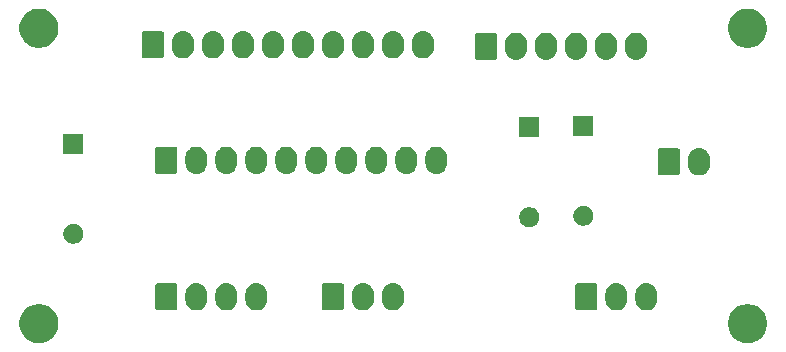
<source format=gbr>
G04 #@! TF.GenerationSoftware,KiCad,Pcbnew,(5.1.5-0-10_14)*
G04 #@! TF.CreationDate,2021-04-18T15:00:39+10:00*
G04 #@! TF.ProjectId,OH - Right Console - 6 - KY-58 Control,4f48202d-2052-4696-9768-7420436f6e73,rev?*
G04 #@! TF.SameCoordinates,Original*
G04 #@! TF.FileFunction,Soldermask,Top*
G04 #@! TF.FilePolarity,Negative*
%FSLAX46Y46*%
G04 Gerber Fmt 4.6, Leading zero omitted, Abs format (unit mm)*
G04 Created by KiCad (PCBNEW (5.1.5-0-10_14)) date 2021-04-18 15:00:39*
%MOMM*%
%LPD*%
G04 APERTURE LIST*
%ADD10C,0.100000*%
G04 APERTURE END LIST*
D10*
G36*
X147116256Y-121054298D02*
G01*
X147222579Y-121075447D01*
X147523042Y-121199903D01*
X147793451Y-121380585D01*
X148023415Y-121610549D01*
X148204097Y-121880958D01*
X148328553Y-122181421D01*
X148392000Y-122500391D01*
X148392000Y-122825609D01*
X148328553Y-123144579D01*
X148204097Y-123445042D01*
X148023415Y-123715451D01*
X147793451Y-123945415D01*
X147523042Y-124126097D01*
X147222579Y-124250553D01*
X147116256Y-124271702D01*
X146903611Y-124314000D01*
X146578389Y-124314000D01*
X146365744Y-124271702D01*
X146259421Y-124250553D01*
X145958958Y-124126097D01*
X145688549Y-123945415D01*
X145458585Y-123715451D01*
X145277903Y-123445042D01*
X145153447Y-123144579D01*
X145090000Y-122825609D01*
X145090000Y-122500391D01*
X145153447Y-122181421D01*
X145277903Y-121880958D01*
X145458585Y-121610549D01*
X145688549Y-121380585D01*
X145958958Y-121199903D01*
X146259421Y-121075447D01*
X146365744Y-121054298D01*
X146578389Y-121012000D01*
X146903611Y-121012000D01*
X147116256Y-121054298D01*
G37*
G36*
X87116256Y-121054298D02*
G01*
X87222579Y-121075447D01*
X87523042Y-121199903D01*
X87793451Y-121380585D01*
X88023415Y-121610549D01*
X88204097Y-121880958D01*
X88328553Y-122181421D01*
X88392000Y-122500391D01*
X88392000Y-122825609D01*
X88328553Y-123144579D01*
X88204097Y-123445042D01*
X88023415Y-123715451D01*
X87793451Y-123945415D01*
X87523042Y-124126097D01*
X87222579Y-124250553D01*
X87116256Y-124271702D01*
X86903611Y-124314000D01*
X86578389Y-124314000D01*
X86365744Y-124271702D01*
X86259421Y-124250553D01*
X85958958Y-124126097D01*
X85688549Y-123945415D01*
X85458585Y-123715451D01*
X85277903Y-123445042D01*
X85153447Y-123144579D01*
X85090000Y-122825609D01*
X85090000Y-122500391D01*
X85153447Y-122181421D01*
X85277903Y-121880958D01*
X85458585Y-121610549D01*
X85688549Y-121380585D01*
X85958958Y-121199903D01*
X86259421Y-121075447D01*
X86365744Y-121054298D01*
X86578389Y-121012000D01*
X86903611Y-121012000D01*
X87116256Y-121054298D01*
G37*
G36*
X105336547Y-119258326D02*
G01*
X105510156Y-119310990D01*
X105510158Y-119310991D01*
X105670155Y-119396511D01*
X105810397Y-119511603D01*
X105889729Y-119608271D01*
X105925489Y-119651844D01*
X106011010Y-119811843D01*
X106063674Y-119985452D01*
X106077000Y-120120756D01*
X106077000Y-120671243D01*
X106063674Y-120806548D01*
X106011010Y-120980157D01*
X105925489Y-121140156D01*
X105889729Y-121183729D01*
X105810397Y-121280397D01*
X105713729Y-121359729D01*
X105670156Y-121395489D01*
X105510157Y-121481010D01*
X105336548Y-121533674D01*
X105156000Y-121551456D01*
X104975453Y-121533674D01*
X104801844Y-121481010D01*
X104641845Y-121395489D01*
X104598272Y-121359729D01*
X104501604Y-121280397D01*
X104386513Y-121140157D01*
X104386512Y-121140155D01*
X104300990Y-120980157D01*
X104248326Y-120806548D01*
X104235000Y-120671244D01*
X104235000Y-120120757D01*
X104248326Y-119985453D01*
X104300990Y-119811844D01*
X104386511Y-119651845D01*
X104386512Y-119651844D01*
X104501603Y-119511603D01*
X104627388Y-119408375D01*
X104641844Y-119396511D01*
X104801843Y-119310990D01*
X104975452Y-119258326D01*
X105156000Y-119240544D01*
X105336547Y-119258326D01*
G37*
G36*
X114353547Y-119258326D02*
G01*
X114527156Y-119310990D01*
X114527158Y-119310991D01*
X114687155Y-119396511D01*
X114827397Y-119511603D01*
X114906729Y-119608271D01*
X114942489Y-119651844D01*
X115028010Y-119811843D01*
X115080674Y-119985452D01*
X115094000Y-120120756D01*
X115094000Y-120671243D01*
X115080674Y-120806548D01*
X115028010Y-120980157D01*
X114942489Y-121140156D01*
X114906729Y-121183729D01*
X114827397Y-121280397D01*
X114730729Y-121359729D01*
X114687156Y-121395489D01*
X114527157Y-121481010D01*
X114353548Y-121533674D01*
X114173000Y-121551456D01*
X113992453Y-121533674D01*
X113818844Y-121481010D01*
X113658845Y-121395489D01*
X113615272Y-121359729D01*
X113518604Y-121280397D01*
X113403513Y-121140157D01*
X113403512Y-121140155D01*
X113317990Y-120980157D01*
X113265326Y-120806548D01*
X113252000Y-120671244D01*
X113252000Y-120120757D01*
X113265326Y-119985453D01*
X113317990Y-119811844D01*
X113403511Y-119651845D01*
X113403512Y-119651844D01*
X113518603Y-119511603D01*
X113644388Y-119408375D01*
X113658844Y-119396511D01*
X113818843Y-119310990D01*
X113992452Y-119258326D01*
X114173000Y-119240544D01*
X114353547Y-119258326D01*
G37*
G36*
X116893547Y-119258326D02*
G01*
X117067156Y-119310990D01*
X117067158Y-119310991D01*
X117227155Y-119396511D01*
X117367397Y-119511603D01*
X117446729Y-119608271D01*
X117482489Y-119651844D01*
X117568010Y-119811843D01*
X117620674Y-119985452D01*
X117634000Y-120120756D01*
X117634000Y-120671243D01*
X117620674Y-120806548D01*
X117568010Y-120980157D01*
X117482489Y-121140156D01*
X117446729Y-121183729D01*
X117367397Y-121280397D01*
X117270729Y-121359729D01*
X117227156Y-121395489D01*
X117067157Y-121481010D01*
X116893548Y-121533674D01*
X116713000Y-121551456D01*
X116532453Y-121533674D01*
X116358844Y-121481010D01*
X116198845Y-121395489D01*
X116155272Y-121359729D01*
X116058604Y-121280397D01*
X115943513Y-121140157D01*
X115943512Y-121140155D01*
X115857990Y-120980157D01*
X115805326Y-120806548D01*
X115792000Y-120671244D01*
X115792000Y-120120757D01*
X115805326Y-119985453D01*
X115857990Y-119811844D01*
X115943511Y-119651845D01*
X115943512Y-119651844D01*
X116058603Y-119511603D01*
X116184388Y-119408375D01*
X116198844Y-119396511D01*
X116358843Y-119310990D01*
X116532452Y-119258326D01*
X116713000Y-119240544D01*
X116893547Y-119258326D01*
G37*
G36*
X135816547Y-119258326D02*
G01*
X135990156Y-119310990D01*
X135990158Y-119310991D01*
X136150155Y-119396511D01*
X136290397Y-119511603D01*
X136369729Y-119608271D01*
X136405489Y-119651844D01*
X136491010Y-119811843D01*
X136543674Y-119985452D01*
X136557000Y-120120756D01*
X136557000Y-120671243D01*
X136543674Y-120806548D01*
X136491010Y-120980157D01*
X136405489Y-121140156D01*
X136369729Y-121183729D01*
X136290397Y-121280397D01*
X136193729Y-121359729D01*
X136150156Y-121395489D01*
X135990157Y-121481010D01*
X135816548Y-121533674D01*
X135636000Y-121551456D01*
X135455453Y-121533674D01*
X135281844Y-121481010D01*
X135121845Y-121395489D01*
X135078272Y-121359729D01*
X134981604Y-121280397D01*
X134866513Y-121140157D01*
X134866512Y-121140155D01*
X134780990Y-120980157D01*
X134728326Y-120806548D01*
X134715000Y-120671244D01*
X134715000Y-120120757D01*
X134728326Y-119985453D01*
X134780990Y-119811844D01*
X134866511Y-119651845D01*
X134866512Y-119651844D01*
X134981603Y-119511603D01*
X135107388Y-119408375D01*
X135121844Y-119396511D01*
X135281843Y-119310990D01*
X135455452Y-119258326D01*
X135636000Y-119240544D01*
X135816547Y-119258326D01*
G37*
G36*
X138356547Y-119258326D02*
G01*
X138530156Y-119310990D01*
X138530158Y-119310991D01*
X138690155Y-119396511D01*
X138830397Y-119511603D01*
X138909729Y-119608271D01*
X138945489Y-119651844D01*
X139031010Y-119811843D01*
X139083674Y-119985452D01*
X139097000Y-120120756D01*
X139097000Y-120671243D01*
X139083674Y-120806548D01*
X139031010Y-120980157D01*
X138945489Y-121140156D01*
X138909729Y-121183729D01*
X138830397Y-121280397D01*
X138733729Y-121359729D01*
X138690156Y-121395489D01*
X138530157Y-121481010D01*
X138356548Y-121533674D01*
X138176000Y-121551456D01*
X137995453Y-121533674D01*
X137821844Y-121481010D01*
X137661845Y-121395489D01*
X137618272Y-121359729D01*
X137521604Y-121280397D01*
X137406513Y-121140157D01*
X137406512Y-121140155D01*
X137320990Y-120980157D01*
X137268326Y-120806548D01*
X137255000Y-120671244D01*
X137255000Y-120120757D01*
X137268326Y-119985453D01*
X137320990Y-119811844D01*
X137406511Y-119651845D01*
X137406512Y-119651844D01*
X137521603Y-119511603D01*
X137647388Y-119408375D01*
X137661844Y-119396511D01*
X137821843Y-119310990D01*
X137995452Y-119258326D01*
X138176000Y-119240544D01*
X138356547Y-119258326D01*
G37*
G36*
X102796547Y-119258326D02*
G01*
X102970156Y-119310990D01*
X102970158Y-119310991D01*
X103130155Y-119396511D01*
X103270397Y-119511603D01*
X103349729Y-119608271D01*
X103385489Y-119651844D01*
X103471010Y-119811843D01*
X103523674Y-119985452D01*
X103537000Y-120120756D01*
X103537000Y-120671243D01*
X103523674Y-120806548D01*
X103471010Y-120980157D01*
X103385489Y-121140156D01*
X103349729Y-121183729D01*
X103270397Y-121280397D01*
X103173729Y-121359729D01*
X103130156Y-121395489D01*
X102970157Y-121481010D01*
X102796548Y-121533674D01*
X102616000Y-121551456D01*
X102435453Y-121533674D01*
X102261844Y-121481010D01*
X102101845Y-121395489D01*
X102058272Y-121359729D01*
X101961604Y-121280397D01*
X101846513Y-121140157D01*
X101846512Y-121140155D01*
X101760990Y-120980157D01*
X101708326Y-120806548D01*
X101695000Y-120671244D01*
X101695000Y-120120757D01*
X101708326Y-119985453D01*
X101760990Y-119811844D01*
X101846511Y-119651845D01*
X101846512Y-119651844D01*
X101961603Y-119511603D01*
X102087388Y-119408375D01*
X102101844Y-119396511D01*
X102261843Y-119310990D01*
X102435452Y-119258326D01*
X102616000Y-119240544D01*
X102796547Y-119258326D01*
G37*
G36*
X100256547Y-119258326D02*
G01*
X100430156Y-119310990D01*
X100430158Y-119310991D01*
X100590155Y-119396511D01*
X100730397Y-119511603D01*
X100809729Y-119608271D01*
X100845489Y-119651844D01*
X100931010Y-119811843D01*
X100983674Y-119985452D01*
X100997000Y-120120756D01*
X100997000Y-120671243D01*
X100983674Y-120806548D01*
X100931010Y-120980157D01*
X100845489Y-121140156D01*
X100809729Y-121183729D01*
X100730397Y-121280397D01*
X100633729Y-121359729D01*
X100590156Y-121395489D01*
X100430157Y-121481010D01*
X100256548Y-121533674D01*
X100076000Y-121551456D01*
X99895453Y-121533674D01*
X99721844Y-121481010D01*
X99561845Y-121395489D01*
X99518272Y-121359729D01*
X99421604Y-121280397D01*
X99306513Y-121140157D01*
X99306512Y-121140155D01*
X99220990Y-120980157D01*
X99168326Y-120806548D01*
X99155000Y-120671244D01*
X99155000Y-120120757D01*
X99168326Y-119985453D01*
X99220990Y-119811844D01*
X99306511Y-119651845D01*
X99306512Y-119651844D01*
X99421603Y-119511603D01*
X99547388Y-119408375D01*
X99561844Y-119396511D01*
X99721843Y-119310990D01*
X99895452Y-119258326D01*
X100076000Y-119240544D01*
X100256547Y-119258326D01*
G37*
G36*
X133875561Y-119248966D02*
G01*
X133908383Y-119258923D01*
X133938632Y-119275092D01*
X133965148Y-119296852D01*
X133986908Y-119323368D01*
X134003077Y-119353617D01*
X134013034Y-119386439D01*
X134017000Y-119426713D01*
X134017000Y-121365287D01*
X134013034Y-121405561D01*
X134003077Y-121438383D01*
X133986908Y-121468632D01*
X133965148Y-121495148D01*
X133938632Y-121516908D01*
X133908383Y-121533077D01*
X133875561Y-121543034D01*
X133835287Y-121547000D01*
X132356713Y-121547000D01*
X132316439Y-121543034D01*
X132283617Y-121533077D01*
X132253368Y-121516908D01*
X132226852Y-121495148D01*
X132205092Y-121468632D01*
X132188923Y-121438383D01*
X132178966Y-121405561D01*
X132175000Y-121365287D01*
X132175000Y-119426713D01*
X132178966Y-119386439D01*
X132188923Y-119353617D01*
X132205092Y-119323368D01*
X132226852Y-119296852D01*
X132253368Y-119275092D01*
X132283617Y-119258923D01*
X132316439Y-119248966D01*
X132356713Y-119245000D01*
X133835287Y-119245000D01*
X133875561Y-119248966D01*
G37*
G36*
X112412561Y-119248966D02*
G01*
X112445383Y-119258923D01*
X112475632Y-119275092D01*
X112502148Y-119296852D01*
X112523908Y-119323368D01*
X112540077Y-119353617D01*
X112550034Y-119386439D01*
X112554000Y-119426713D01*
X112554000Y-121365287D01*
X112550034Y-121405561D01*
X112540077Y-121438383D01*
X112523908Y-121468632D01*
X112502148Y-121495148D01*
X112475632Y-121516908D01*
X112445383Y-121533077D01*
X112412561Y-121543034D01*
X112372287Y-121547000D01*
X110893713Y-121547000D01*
X110853439Y-121543034D01*
X110820617Y-121533077D01*
X110790368Y-121516908D01*
X110763852Y-121495148D01*
X110742092Y-121468632D01*
X110725923Y-121438383D01*
X110715966Y-121405561D01*
X110712000Y-121365287D01*
X110712000Y-119426713D01*
X110715966Y-119386439D01*
X110725923Y-119353617D01*
X110742092Y-119323368D01*
X110763852Y-119296852D01*
X110790368Y-119275092D01*
X110820617Y-119258923D01*
X110853439Y-119248966D01*
X110893713Y-119245000D01*
X112372287Y-119245000D01*
X112412561Y-119248966D01*
G37*
G36*
X98315561Y-119248966D02*
G01*
X98348383Y-119258923D01*
X98378632Y-119275092D01*
X98405148Y-119296852D01*
X98426908Y-119323368D01*
X98443077Y-119353617D01*
X98453034Y-119386439D01*
X98457000Y-119426713D01*
X98457000Y-121365287D01*
X98453034Y-121405561D01*
X98443077Y-121438383D01*
X98426908Y-121468632D01*
X98405148Y-121495148D01*
X98378632Y-121516908D01*
X98348383Y-121533077D01*
X98315561Y-121543034D01*
X98275287Y-121547000D01*
X96796713Y-121547000D01*
X96756439Y-121543034D01*
X96723617Y-121533077D01*
X96693368Y-121516908D01*
X96666852Y-121495148D01*
X96645092Y-121468632D01*
X96628923Y-121438383D01*
X96618966Y-121405561D01*
X96615000Y-121365287D01*
X96615000Y-119426713D01*
X96618966Y-119386439D01*
X96628923Y-119353617D01*
X96645092Y-119323368D01*
X96666852Y-119296852D01*
X96693368Y-119275092D01*
X96723617Y-119258923D01*
X96756439Y-119248966D01*
X96796713Y-119245000D01*
X98275287Y-119245000D01*
X98315561Y-119248966D01*
G37*
G36*
X89910228Y-114243703D02*
G01*
X90065100Y-114307853D01*
X90204481Y-114400985D01*
X90323015Y-114519519D01*
X90416147Y-114658900D01*
X90480297Y-114813772D01*
X90513000Y-114978184D01*
X90513000Y-115145816D01*
X90480297Y-115310228D01*
X90416147Y-115465100D01*
X90323015Y-115604481D01*
X90204481Y-115723015D01*
X90065100Y-115816147D01*
X89910228Y-115880297D01*
X89745816Y-115913000D01*
X89578184Y-115913000D01*
X89413772Y-115880297D01*
X89258900Y-115816147D01*
X89119519Y-115723015D01*
X89000985Y-115604481D01*
X88907853Y-115465100D01*
X88843703Y-115310228D01*
X88811000Y-115145816D01*
X88811000Y-114978184D01*
X88843703Y-114813772D01*
X88907853Y-114658900D01*
X89000985Y-114519519D01*
X89119519Y-114400985D01*
X89258900Y-114307853D01*
X89413772Y-114243703D01*
X89578184Y-114211000D01*
X89745816Y-114211000D01*
X89910228Y-114243703D01*
G37*
G36*
X128518228Y-112846703D02*
G01*
X128673100Y-112910853D01*
X128812481Y-113003985D01*
X128931015Y-113122519D01*
X129024147Y-113261900D01*
X129088297Y-113416772D01*
X129121000Y-113581184D01*
X129121000Y-113748816D01*
X129088297Y-113913228D01*
X129024147Y-114068100D01*
X128931015Y-114207481D01*
X128812481Y-114326015D01*
X128673100Y-114419147D01*
X128518228Y-114483297D01*
X128353816Y-114516000D01*
X128186184Y-114516000D01*
X128021772Y-114483297D01*
X127866900Y-114419147D01*
X127727519Y-114326015D01*
X127608985Y-114207481D01*
X127515853Y-114068100D01*
X127451703Y-113913228D01*
X127419000Y-113748816D01*
X127419000Y-113581184D01*
X127451703Y-113416772D01*
X127515853Y-113261900D01*
X127608985Y-113122519D01*
X127727519Y-113003985D01*
X127866900Y-112910853D01*
X128021772Y-112846703D01*
X128186184Y-112814000D01*
X128353816Y-112814000D01*
X128518228Y-112846703D01*
G37*
G36*
X133090228Y-112719703D02*
G01*
X133245100Y-112783853D01*
X133384481Y-112876985D01*
X133503015Y-112995519D01*
X133596147Y-113134900D01*
X133660297Y-113289772D01*
X133693000Y-113454184D01*
X133693000Y-113621816D01*
X133660297Y-113786228D01*
X133596147Y-113941100D01*
X133503015Y-114080481D01*
X133384481Y-114199015D01*
X133245100Y-114292147D01*
X133090228Y-114356297D01*
X132925816Y-114389000D01*
X132758184Y-114389000D01*
X132593772Y-114356297D01*
X132438900Y-114292147D01*
X132299519Y-114199015D01*
X132180985Y-114080481D01*
X132087853Y-113941100D01*
X132023703Y-113786228D01*
X131991000Y-113621816D01*
X131991000Y-113454184D01*
X132023703Y-113289772D01*
X132087853Y-113134900D01*
X132180985Y-112995519D01*
X132299519Y-112876985D01*
X132438900Y-112783853D01*
X132593772Y-112719703D01*
X132758184Y-112687000D01*
X132925816Y-112687000D01*
X133090228Y-112719703D01*
G37*
G36*
X142801547Y-107828326D02*
G01*
X142975156Y-107880990D01*
X142975158Y-107880991D01*
X143135155Y-107966511D01*
X143275397Y-108081603D01*
X143354729Y-108178271D01*
X143390489Y-108221844D01*
X143476010Y-108381843D01*
X143528674Y-108555452D01*
X143542000Y-108690756D01*
X143542000Y-109241243D01*
X143528674Y-109376548D01*
X143476010Y-109550157D01*
X143390489Y-109710156D01*
X143354729Y-109753729D01*
X143275397Y-109850397D01*
X143199741Y-109912485D01*
X143135156Y-109965489D01*
X142975157Y-110051010D01*
X142801548Y-110103674D01*
X142621000Y-110121456D01*
X142440453Y-110103674D01*
X142266844Y-110051010D01*
X142106845Y-109965489D01*
X142042260Y-109912485D01*
X141966604Y-109850397D01*
X141851513Y-109710157D01*
X141851512Y-109710155D01*
X141765990Y-109550157D01*
X141713326Y-109376548D01*
X141700818Y-109249546D01*
X141700000Y-109241245D01*
X141700000Y-108690756D01*
X141712508Y-108563756D01*
X141713326Y-108555453D01*
X141765990Y-108381844D01*
X141851511Y-108221845D01*
X141851512Y-108221844D01*
X141966603Y-108081603D01*
X142092388Y-107978375D01*
X142106844Y-107966511D01*
X142266843Y-107880990D01*
X142440452Y-107828326D01*
X142621000Y-107810544D01*
X142801547Y-107828326D01*
G37*
G36*
X140860561Y-107818966D02*
G01*
X140893383Y-107828923D01*
X140923632Y-107845092D01*
X140950148Y-107866852D01*
X140971908Y-107893368D01*
X140988077Y-107923617D01*
X140998034Y-107956439D01*
X141002000Y-107996713D01*
X141002000Y-109935287D01*
X140998034Y-109975561D01*
X140988077Y-110008383D01*
X140971908Y-110038632D01*
X140950148Y-110065148D01*
X140923632Y-110086908D01*
X140893383Y-110103077D01*
X140860561Y-110113034D01*
X140820287Y-110117000D01*
X139341713Y-110117000D01*
X139301439Y-110113034D01*
X139268617Y-110103077D01*
X139238368Y-110086908D01*
X139211852Y-110065148D01*
X139190092Y-110038632D01*
X139173923Y-110008383D01*
X139163966Y-109975561D01*
X139160000Y-109935287D01*
X139160000Y-107996713D01*
X139163966Y-107956439D01*
X139173923Y-107923617D01*
X139190092Y-107893368D01*
X139211852Y-107866852D01*
X139238368Y-107845092D01*
X139268617Y-107828923D01*
X139301439Y-107818966D01*
X139341713Y-107815000D01*
X140820287Y-107815000D01*
X140860561Y-107818966D01*
G37*
G36*
X112956547Y-107701326D02*
G01*
X113130156Y-107753990D01*
X113130158Y-107753991D01*
X113290155Y-107839511D01*
X113430397Y-107954603D01*
X113490650Y-108028023D01*
X113545489Y-108094844D01*
X113631010Y-108254843D01*
X113683674Y-108428452D01*
X113683674Y-108428454D01*
X113696183Y-108555455D01*
X113697000Y-108563756D01*
X113697000Y-109114243D01*
X113683674Y-109249548D01*
X113631010Y-109423157D01*
X113545489Y-109583156D01*
X113509729Y-109626729D01*
X113430397Y-109723397D01*
X113333729Y-109802729D01*
X113290156Y-109838489D01*
X113130157Y-109924010D01*
X112956548Y-109976674D01*
X112776000Y-109994456D01*
X112595453Y-109976674D01*
X112421844Y-109924010D01*
X112261845Y-109838489D01*
X112218272Y-109802729D01*
X112121604Y-109723397D01*
X112006513Y-109583157D01*
X112006512Y-109583155D01*
X111920990Y-109423157D01*
X111868326Y-109249548D01*
X111855000Y-109114244D01*
X111855000Y-108563757D01*
X111868326Y-108428453D01*
X111920990Y-108254844D01*
X112006511Y-108094845D01*
X112006512Y-108094844D01*
X112121603Y-107954603D01*
X112228529Y-107866852D01*
X112261844Y-107839511D01*
X112421843Y-107753990D01*
X112595452Y-107701326D01*
X112776000Y-107683544D01*
X112956547Y-107701326D01*
G37*
G36*
X110416547Y-107701326D02*
G01*
X110590156Y-107753990D01*
X110590158Y-107753991D01*
X110750155Y-107839511D01*
X110890397Y-107954603D01*
X110950650Y-108028023D01*
X111005489Y-108094844D01*
X111091010Y-108254843D01*
X111143674Y-108428452D01*
X111143674Y-108428454D01*
X111156183Y-108555455D01*
X111157000Y-108563756D01*
X111157000Y-109114243D01*
X111143674Y-109249548D01*
X111091010Y-109423157D01*
X111005489Y-109583156D01*
X110969729Y-109626729D01*
X110890397Y-109723397D01*
X110793729Y-109802729D01*
X110750156Y-109838489D01*
X110590157Y-109924010D01*
X110416548Y-109976674D01*
X110236000Y-109994456D01*
X110055453Y-109976674D01*
X109881844Y-109924010D01*
X109721845Y-109838489D01*
X109678272Y-109802729D01*
X109581604Y-109723397D01*
X109466513Y-109583157D01*
X109466512Y-109583155D01*
X109380990Y-109423157D01*
X109328326Y-109249548D01*
X109315000Y-109114244D01*
X109315000Y-108563757D01*
X109328326Y-108428453D01*
X109380990Y-108254844D01*
X109466511Y-108094845D01*
X109466512Y-108094844D01*
X109581603Y-107954603D01*
X109688529Y-107866852D01*
X109721844Y-107839511D01*
X109881843Y-107753990D01*
X110055452Y-107701326D01*
X110236000Y-107683544D01*
X110416547Y-107701326D01*
G37*
G36*
X118036547Y-107701326D02*
G01*
X118210156Y-107753990D01*
X118210158Y-107753991D01*
X118370155Y-107839511D01*
X118510397Y-107954603D01*
X118570650Y-108028023D01*
X118625489Y-108094844D01*
X118711010Y-108254843D01*
X118763674Y-108428452D01*
X118763674Y-108428454D01*
X118776183Y-108555455D01*
X118777000Y-108563756D01*
X118777000Y-109114243D01*
X118763674Y-109249548D01*
X118711010Y-109423157D01*
X118625489Y-109583156D01*
X118589729Y-109626729D01*
X118510397Y-109723397D01*
X118413729Y-109802729D01*
X118370156Y-109838489D01*
X118210157Y-109924010D01*
X118036548Y-109976674D01*
X117856000Y-109994456D01*
X117675453Y-109976674D01*
X117501844Y-109924010D01*
X117341845Y-109838489D01*
X117298272Y-109802729D01*
X117201604Y-109723397D01*
X117086513Y-109583157D01*
X117086512Y-109583155D01*
X117000990Y-109423157D01*
X116948326Y-109249548D01*
X116935000Y-109114244D01*
X116935000Y-108563757D01*
X116948326Y-108428453D01*
X117000990Y-108254844D01*
X117086511Y-108094845D01*
X117086512Y-108094844D01*
X117201603Y-107954603D01*
X117308529Y-107866852D01*
X117341844Y-107839511D01*
X117501843Y-107753990D01*
X117675452Y-107701326D01*
X117856000Y-107683544D01*
X118036547Y-107701326D01*
G37*
G36*
X107876547Y-107701326D02*
G01*
X108050156Y-107753990D01*
X108050158Y-107753991D01*
X108210155Y-107839511D01*
X108350397Y-107954603D01*
X108410650Y-108028023D01*
X108465489Y-108094844D01*
X108551010Y-108254843D01*
X108603674Y-108428452D01*
X108603674Y-108428454D01*
X108616183Y-108555455D01*
X108617000Y-108563756D01*
X108617000Y-109114243D01*
X108603674Y-109249548D01*
X108551010Y-109423157D01*
X108465489Y-109583156D01*
X108429729Y-109626729D01*
X108350397Y-109723397D01*
X108253729Y-109802729D01*
X108210156Y-109838489D01*
X108050157Y-109924010D01*
X107876548Y-109976674D01*
X107696000Y-109994456D01*
X107515453Y-109976674D01*
X107341844Y-109924010D01*
X107181845Y-109838489D01*
X107138272Y-109802729D01*
X107041604Y-109723397D01*
X106926513Y-109583157D01*
X106926512Y-109583155D01*
X106840990Y-109423157D01*
X106788326Y-109249548D01*
X106775000Y-109114244D01*
X106775000Y-108563757D01*
X106788326Y-108428453D01*
X106840990Y-108254844D01*
X106926511Y-108094845D01*
X106926512Y-108094844D01*
X107041603Y-107954603D01*
X107148529Y-107866852D01*
X107181844Y-107839511D01*
X107341843Y-107753990D01*
X107515452Y-107701326D01*
X107696000Y-107683544D01*
X107876547Y-107701326D01*
G37*
G36*
X105336547Y-107701326D02*
G01*
X105510156Y-107753990D01*
X105510158Y-107753991D01*
X105670155Y-107839511D01*
X105810397Y-107954603D01*
X105870650Y-108028023D01*
X105925489Y-108094844D01*
X106011010Y-108254843D01*
X106063674Y-108428452D01*
X106063674Y-108428454D01*
X106076183Y-108555455D01*
X106077000Y-108563756D01*
X106077000Y-109114243D01*
X106063674Y-109249548D01*
X106011010Y-109423157D01*
X105925489Y-109583156D01*
X105889729Y-109626729D01*
X105810397Y-109723397D01*
X105713729Y-109802729D01*
X105670156Y-109838489D01*
X105510157Y-109924010D01*
X105336548Y-109976674D01*
X105156000Y-109994456D01*
X104975453Y-109976674D01*
X104801844Y-109924010D01*
X104641845Y-109838489D01*
X104598272Y-109802729D01*
X104501604Y-109723397D01*
X104386513Y-109583157D01*
X104386512Y-109583155D01*
X104300990Y-109423157D01*
X104248326Y-109249548D01*
X104235000Y-109114244D01*
X104235000Y-108563757D01*
X104248326Y-108428453D01*
X104300990Y-108254844D01*
X104386511Y-108094845D01*
X104386512Y-108094844D01*
X104501603Y-107954603D01*
X104608529Y-107866852D01*
X104641844Y-107839511D01*
X104801843Y-107753990D01*
X104975452Y-107701326D01*
X105156000Y-107683544D01*
X105336547Y-107701326D01*
G37*
G36*
X102796547Y-107701326D02*
G01*
X102970156Y-107753990D01*
X102970158Y-107753991D01*
X103130155Y-107839511D01*
X103270397Y-107954603D01*
X103330650Y-108028023D01*
X103385489Y-108094844D01*
X103471010Y-108254843D01*
X103523674Y-108428452D01*
X103523674Y-108428454D01*
X103536183Y-108555455D01*
X103537000Y-108563756D01*
X103537000Y-109114243D01*
X103523674Y-109249548D01*
X103471010Y-109423157D01*
X103385489Y-109583156D01*
X103349729Y-109626729D01*
X103270397Y-109723397D01*
X103173729Y-109802729D01*
X103130156Y-109838489D01*
X102970157Y-109924010D01*
X102796548Y-109976674D01*
X102616000Y-109994456D01*
X102435453Y-109976674D01*
X102261844Y-109924010D01*
X102101845Y-109838489D01*
X102058272Y-109802729D01*
X101961604Y-109723397D01*
X101846513Y-109583157D01*
X101846512Y-109583155D01*
X101760990Y-109423157D01*
X101708326Y-109249548D01*
X101695000Y-109114244D01*
X101695000Y-108563757D01*
X101708326Y-108428453D01*
X101760990Y-108254844D01*
X101846511Y-108094845D01*
X101846512Y-108094844D01*
X101961603Y-107954603D01*
X102068529Y-107866852D01*
X102101844Y-107839511D01*
X102261843Y-107753990D01*
X102435452Y-107701326D01*
X102616000Y-107683544D01*
X102796547Y-107701326D01*
G37*
G36*
X120576547Y-107701326D02*
G01*
X120750156Y-107753990D01*
X120750158Y-107753991D01*
X120910155Y-107839511D01*
X121050397Y-107954603D01*
X121110650Y-108028023D01*
X121165489Y-108094844D01*
X121251010Y-108254843D01*
X121303674Y-108428452D01*
X121303674Y-108428454D01*
X121316183Y-108555455D01*
X121317000Y-108563756D01*
X121317000Y-109114243D01*
X121303674Y-109249548D01*
X121251010Y-109423157D01*
X121165489Y-109583156D01*
X121129729Y-109626729D01*
X121050397Y-109723397D01*
X120953729Y-109802729D01*
X120910156Y-109838489D01*
X120750157Y-109924010D01*
X120576548Y-109976674D01*
X120396000Y-109994456D01*
X120215453Y-109976674D01*
X120041844Y-109924010D01*
X119881845Y-109838489D01*
X119838272Y-109802729D01*
X119741604Y-109723397D01*
X119626513Y-109583157D01*
X119626512Y-109583155D01*
X119540990Y-109423157D01*
X119488326Y-109249548D01*
X119475000Y-109114244D01*
X119475000Y-108563757D01*
X119488326Y-108428453D01*
X119540990Y-108254844D01*
X119626511Y-108094845D01*
X119626512Y-108094844D01*
X119741603Y-107954603D01*
X119848529Y-107866852D01*
X119881844Y-107839511D01*
X120041843Y-107753990D01*
X120215452Y-107701326D01*
X120396000Y-107683544D01*
X120576547Y-107701326D01*
G37*
G36*
X100256547Y-107701326D02*
G01*
X100430156Y-107753990D01*
X100430158Y-107753991D01*
X100590155Y-107839511D01*
X100730397Y-107954603D01*
X100790650Y-108028023D01*
X100845489Y-108094844D01*
X100931010Y-108254843D01*
X100983674Y-108428452D01*
X100983674Y-108428454D01*
X100996183Y-108555455D01*
X100997000Y-108563756D01*
X100997000Y-109114243D01*
X100983674Y-109249548D01*
X100931010Y-109423157D01*
X100845489Y-109583156D01*
X100809729Y-109626729D01*
X100730397Y-109723397D01*
X100633729Y-109802729D01*
X100590156Y-109838489D01*
X100430157Y-109924010D01*
X100256548Y-109976674D01*
X100076000Y-109994456D01*
X99895453Y-109976674D01*
X99721844Y-109924010D01*
X99561845Y-109838489D01*
X99518272Y-109802729D01*
X99421604Y-109723397D01*
X99306513Y-109583157D01*
X99306512Y-109583155D01*
X99220990Y-109423157D01*
X99168326Y-109249548D01*
X99155000Y-109114244D01*
X99155000Y-108563757D01*
X99168326Y-108428453D01*
X99220990Y-108254844D01*
X99306511Y-108094845D01*
X99306512Y-108094844D01*
X99421603Y-107954603D01*
X99528529Y-107866852D01*
X99561844Y-107839511D01*
X99721843Y-107753990D01*
X99895452Y-107701326D01*
X100076000Y-107683544D01*
X100256547Y-107701326D01*
G37*
G36*
X115496547Y-107701326D02*
G01*
X115670156Y-107753990D01*
X115670158Y-107753991D01*
X115830155Y-107839511D01*
X115970397Y-107954603D01*
X116030650Y-108028023D01*
X116085489Y-108094844D01*
X116171010Y-108254843D01*
X116223674Y-108428452D01*
X116223674Y-108428454D01*
X116236183Y-108555455D01*
X116237000Y-108563756D01*
X116237000Y-109114243D01*
X116223674Y-109249548D01*
X116171010Y-109423157D01*
X116085489Y-109583156D01*
X116049729Y-109626729D01*
X115970397Y-109723397D01*
X115873729Y-109802729D01*
X115830156Y-109838489D01*
X115670157Y-109924010D01*
X115496548Y-109976674D01*
X115316000Y-109994456D01*
X115135453Y-109976674D01*
X114961844Y-109924010D01*
X114801845Y-109838489D01*
X114758272Y-109802729D01*
X114661604Y-109723397D01*
X114546513Y-109583157D01*
X114546512Y-109583155D01*
X114460990Y-109423157D01*
X114408326Y-109249548D01*
X114395000Y-109114244D01*
X114395000Y-108563757D01*
X114408326Y-108428453D01*
X114460990Y-108254844D01*
X114546511Y-108094845D01*
X114546512Y-108094844D01*
X114661603Y-107954603D01*
X114768529Y-107866852D01*
X114801844Y-107839511D01*
X114961843Y-107753990D01*
X115135452Y-107701326D01*
X115316000Y-107683544D01*
X115496547Y-107701326D01*
G37*
G36*
X98315561Y-107691966D02*
G01*
X98348383Y-107701923D01*
X98378632Y-107718092D01*
X98405148Y-107739852D01*
X98426908Y-107766368D01*
X98443077Y-107796617D01*
X98453034Y-107829439D01*
X98457000Y-107869713D01*
X98457000Y-109808287D01*
X98453034Y-109848561D01*
X98443077Y-109881383D01*
X98426908Y-109911632D01*
X98405148Y-109938148D01*
X98378632Y-109959908D01*
X98348383Y-109976077D01*
X98315561Y-109986034D01*
X98275287Y-109990000D01*
X96796713Y-109990000D01*
X96756439Y-109986034D01*
X96723617Y-109976077D01*
X96693368Y-109959908D01*
X96666852Y-109938148D01*
X96645092Y-109911632D01*
X96628923Y-109881383D01*
X96618966Y-109848561D01*
X96615000Y-109808287D01*
X96615000Y-107869713D01*
X96618966Y-107829439D01*
X96628923Y-107796617D01*
X96645092Y-107766368D01*
X96666852Y-107739852D01*
X96693368Y-107718092D01*
X96723617Y-107701923D01*
X96756439Y-107691966D01*
X96796713Y-107688000D01*
X98275287Y-107688000D01*
X98315561Y-107691966D01*
G37*
G36*
X90513000Y-108293000D02*
G01*
X88811000Y-108293000D01*
X88811000Y-106591000D01*
X90513000Y-106591000D01*
X90513000Y-108293000D01*
G37*
G36*
X129121000Y-106896000D02*
G01*
X127419000Y-106896000D01*
X127419000Y-105194000D01*
X129121000Y-105194000D01*
X129121000Y-106896000D01*
G37*
G36*
X133693000Y-106769000D02*
G01*
X131991000Y-106769000D01*
X131991000Y-105067000D01*
X133693000Y-105067000D01*
X133693000Y-106769000D01*
G37*
G36*
X127307547Y-98049326D02*
G01*
X127481156Y-98101990D01*
X127481158Y-98101991D01*
X127641155Y-98187511D01*
X127781397Y-98302603D01*
X127860729Y-98399271D01*
X127896489Y-98442844D01*
X127982010Y-98602843D01*
X128034674Y-98776452D01*
X128048000Y-98911756D01*
X128048000Y-99462243D01*
X128034674Y-99597548D01*
X127982010Y-99771157D01*
X127896489Y-99931156D01*
X127860729Y-99974729D01*
X127781397Y-100071397D01*
X127705741Y-100133485D01*
X127641156Y-100186489D01*
X127481157Y-100272010D01*
X127307548Y-100324674D01*
X127127000Y-100342456D01*
X126946453Y-100324674D01*
X126772844Y-100272010D01*
X126612845Y-100186489D01*
X126548260Y-100133485D01*
X126472604Y-100071397D01*
X126357513Y-99931157D01*
X126357512Y-99931155D01*
X126271990Y-99771157D01*
X126219326Y-99597548D01*
X126206818Y-99470546D01*
X126206000Y-99462245D01*
X126206000Y-98911756D01*
X126218508Y-98784756D01*
X126219326Y-98776453D01*
X126271990Y-98602844D01*
X126357511Y-98442845D01*
X126357512Y-98442844D01*
X126472603Y-98302603D01*
X126598388Y-98199375D01*
X126612844Y-98187511D01*
X126772843Y-98101990D01*
X126946452Y-98049326D01*
X127127000Y-98031544D01*
X127307547Y-98049326D01*
G37*
G36*
X129847547Y-98049326D02*
G01*
X130021156Y-98101990D01*
X130021158Y-98101991D01*
X130181155Y-98187511D01*
X130321397Y-98302603D01*
X130400729Y-98399271D01*
X130436489Y-98442844D01*
X130522010Y-98602843D01*
X130574674Y-98776452D01*
X130588000Y-98911756D01*
X130588000Y-99462243D01*
X130574674Y-99597548D01*
X130522010Y-99771157D01*
X130436489Y-99931156D01*
X130400729Y-99974729D01*
X130321397Y-100071397D01*
X130245741Y-100133485D01*
X130181156Y-100186489D01*
X130021157Y-100272010D01*
X129847548Y-100324674D01*
X129667000Y-100342456D01*
X129486453Y-100324674D01*
X129312844Y-100272010D01*
X129152845Y-100186489D01*
X129088260Y-100133485D01*
X129012604Y-100071397D01*
X128897513Y-99931157D01*
X128897512Y-99931155D01*
X128811990Y-99771157D01*
X128759326Y-99597548D01*
X128746818Y-99470546D01*
X128746000Y-99462245D01*
X128746000Y-98911756D01*
X128758508Y-98784756D01*
X128759326Y-98776453D01*
X128811990Y-98602844D01*
X128897511Y-98442845D01*
X128897512Y-98442844D01*
X129012603Y-98302603D01*
X129138388Y-98199375D01*
X129152844Y-98187511D01*
X129312843Y-98101990D01*
X129486452Y-98049326D01*
X129667000Y-98031544D01*
X129847547Y-98049326D01*
G37*
G36*
X137467547Y-98049326D02*
G01*
X137641156Y-98101990D01*
X137641158Y-98101991D01*
X137801155Y-98187511D01*
X137941397Y-98302603D01*
X138020729Y-98399271D01*
X138056489Y-98442844D01*
X138142010Y-98602843D01*
X138194674Y-98776452D01*
X138208000Y-98911756D01*
X138208000Y-99462243D01*
X138194674Y-99597548D01*
X138142010Y-99771157D01*
X138056489Y-99931156D01*
X138020729Y-99974729D01*
X137941397Y-100071397D01*
X137865741Y-100133485D01*
X137801156Y-100186489D01*
X137641157Y-100272010D01*
X137467548Y-100324674D01*
X137287000Y-100342456D01*
X137106453Y-100324674D01*
X136932844Y-100272010D01*
X136772845Y-100186489D01*
X136708260Y-100133485D01*
X136632604Y-100071397D01*
X136517513Y-99931157D01*
X136517512Y-99931155D01*
X136431990Y-99771157D01*
X136379326Y-99597548D01*
X136366818Y-99470546D01*
X136366000Y-99462245D01*
X136366000Y-98911756D01*
X136378508Y-98784756D01*
X136379326Y-98776453D01*
X136431990Y-98602844D01*
X136517511Y-98442845D01*
X136517512Y-98442844D01*
X136632603Y-98302603D01*
X136758388Y-98199375D01*
X136772844Y-98187511D01*
X136932843Y-98101990D01*
X137106452Y-98049326D01*
X137287000Y-98031544D01*
X137467547Y-98049326D01*
G37*
G36*
X134927547Y-98049326D02*
G01*
X135101156Y-98101990D01*
X135101158Y-98101991D01*
X135261155Y-98187511D01*
X135401397Y-98302603D01*
X135480729Y-98399271D01*
X135516489Y-98442844D01*
X135602010Y-98602843D01*
X135654674Y-98776452D01*
X135668000Y-98911756D01*
X135668000Y-99462243D01*
X135654674Y-99597548D01*
X135602010Y-99771157D01*
X135516489Y-99931156D01*
X135480729Y-99974729D01*
X135401397Y-100071397D01*
X135325741Y-100133485D01*
X135261156Y-100186489D01*
X135101157Y-100272010D01*
X134927548Y-100324674D01*
X134747000Y-100342456D01*
X134566453Y-100324674D01*
X134392844Y-100272010D01*
X134232845Y-100186489D01*
X134168260Y-100133485D01*
X134092604Y-100071397D01*
X133977513Y-99931157D01*
X133977512Y-99931155D01*
X133891990Y-99771157D01*
X133839326Y-99597548D01*
X133826818Y-99470546D01*
X133826000Y-99462245D01*
X133826000Y-98911756D01*
X133838508Y-98784756D01*
X133839326Y-98776453D01*
X133891990Y-98602844D01*
X133977511Y-98442845D01*
X133977512Y-98442844D01*
X134092603Y-98302603D01*
X134218388Y-98199375D01*
X134232844Y-98187511D01*
X134392843Y-98101990D01*
X134566452Y-98049326D01*
X134747000Y-98031544D01*
X134927547Y-98049326D01*
G37*
G36*
X132387547Y-98049326D02*
G01*
X132561156Y-98101990D01*
X132561158Y-98101991D01*
X132721155Y-98187511D01*
X132861397Y-98302603D01*
X132940729Y-98399271D01*
X132976489Y-98442844D01*
X133062010Y-98602843D01*
X133114674Y-98776452D01*
X133128000Y-98911756D01*
X133128000Y-99462243D01*
X133114674Y-99597548D01*
X133062010Y-99771157D01*
X132976489Y-99931156D01*
X132940729Y-99974729D01*
X132861397Y-100071397D01*
X132785741Y-100133485D01*
X132721156Y-100186489D01*
X132561157Y-100272010D01*
X132387548Y-100324674D01*
X132207000Y-100342456D01*
X132026453Y-100324674D01*
X131852844Y-100272010D01*
X131692845Y-100186489D01*
X131628260Y-100133485D01*
X131552604Y-100071397D01*
X131437513Y-99931157D01*
X131437512Y-99931155D01*
X131351990Y-99771157D01*
X131299326Y-99597548D01*
X131286818Y-99470546D01*
X131286000Y-99462245D01*
X131286000Y-98911756D01*
X131298508Y-98784756D01*
X131299326Y-98776453D01*
X131351990Y-98602844D01*
X131437511Y-98442845D01*
X131437512Y-98442844D01*
X131552603Y-98302603D01*
X131678388Y-98199375D01*
X131692844Y-98187511D01*
X131852843Y-98101990D01*
X132026452Y-98049326D01*
X132207000Y-98031544D01*
X132387547Y-98049326D01*
G37*
G36*
X125366561Y-98039966D02*
G01*
X125399383Y-98049923D01*
X125429632Y-98066092D01*
X125456148Y-98087852D01*
X125477908Y-98114368D01*
X125494077Y-98144617D01*
X125504034Y-98177439D01*
X125508000Y-98217713D01*
X125508000Y-100156287D01*
X125504034Y-100196561D01*
X125494077Y-100229383D01*
X125477908Y-100259632D01*
X125456148Y-100286148D01*
X125429632Y-100307908D01*
X125399383Y-100324077D01*
X125366561Y-100334034D01*
X125326287Y-100338000D01*
X123847713Y-100338000D01*
X123807439Y-100334034D01*
X123774617Y-100324077D01*
X123744368Y-100307908D01*
X123717852Y-100286148D01*
X123696092Y-100259632D01*
X123679923Y-100229383D01*
X123669966Y-100196561D01*
X123666000Y-100156287D01*
X123666000Y-98217713D01*
X123669966Y-98177439D01*
X123679923Y-98144617D01*
X123696092Y-98114368D01*
X123717852Y-98087852D01*
X123744368Y-98066092D01*
X123774617Y-98049923D01*
X123807439Y-98039966D01*
X123847713Y-98036000D01*
X125326287Y-98036000D01*
X125366561Y-98039966D01*
G37*
G36*
X116893547Y-97922326D02*
G01*
X117067156Y-97974990D01*
X117067158Y-97974991D01*
X117227155Y-98060511D01*
X117367397Y-98175603D01*
X117427650Y-98249023D01*
X117482489Y-98315844D01*
X117568010Y-98475843D01*
X117620674Y-98649452D01*
X117620674Y-98649454D01*
X117633183Y-98776455D01*
X117634000Y-98784756D01*
X117634000Y-99335243D01*
X117620674Y-99470548D01*
X117568010Y-99644157D01*
X117482489Y-99804156D01*
X117446729Y-99847729D01*
X117367397Y-99944397D01*
X117270729Y-100023729D01*
X117227156Y-100059489D01*
X117067157Y-100145010D01*
X116893548Y-100197674D01*
X116713000Y-100215456D01*
X116532453Y-100197674D01*
X116358844Y-100145010D01*
X116198845Y-100059489D01*
X116155272Y-100023729D01*
X116058604Y-99944397D01*
X115943513Y-99804157D01*
X115943512Y-99804155D01*
X115857990Y-99644157D01*
X115805326Y-99470548D01*
X115792000Y-99335244D01*
X115792000Y-98784757D01*
X115805326Y-98649453D01*
X115857990Y-98475844D01*
X115943511Y-98315845D01*
X115943512Y-98315844D01*
X116058603Y-98175603D01*
X116165529Y-98087852D01*
X116198844Y-98060511D01*
X116358843Y-97974990D01*
X116532452Y-97922326D01*
X116713000Y-97904544D01*
X116893547Y-97922326D01*
G37*
G36*
X119433547Y-97922326D02*
G01*
X119607156Y-97974990D01*
X119607158Y-97974991D01*
X119767155Y-98060511D01*
X119907397Y-98175603D01*
X119967650Y-98249023D01*
X120022489Y-98315844D01*
X120108010Y-98475843D01*
X120160674Y-98649452D01*
X120160674Y-98649454D01*
X120173183Y-98776455D01*
X120174000Y-98784756D01*
X120174000Y-99335243D01*
X120160674Y-99470548D01*
X120108010Y-99644157D01*
X120022489Y-99804156D01*
X119986729Y-99847729D01*
X119907397Y-99944397D01*
X119810729Y-100023729D01*
X119767156Y-100059489D01*
X119607157Y-100145010D01*
X119433548Y-100197674D01*
X119253000Y-100215456D01*
X119072453Y-100197674D01*
X118898844Y-100145010D01*
X118738845Y-100059489D01*
X118695272Y-100023729D01*
X118598604Y-99944397D01*
X118483513Y-99804157D01*
X118483512Y-99804155D01*
X118397990Y-99644157D01*
X118345326Y-99470548D01*
X118332000Y-99335244D01*
X118332000Y-98784757D01*
X118345326Y-98649453D01*
X118397990Y-98475844D01*
X118483511Y-98315845D01*
X118483512Y-98315844D01*
X118598603Y-98175603D01*
X118705529Y-98087852D01*
X118738844Y-98060511D01*
X118898843Y-97974990D01*
X119072452Y-97922326D01*
X119253000Y-97904544D01*
X119433547Y-97922326D01*
G37*
G36*
X114353547Y-97922326D02*
G01*
X114527156Y-97974990D01*
X114527158Y-97974991D01*
X114687155Y-98060511D01*
X114827397Y-98175603D01*
X114887650Y-98249023D01*
X114942489Y-98315844D01*
X115028010Y-98475843D01*
X115080674Y-98649452D01*
X115080674Y-98649454D01*
X115093183Y-98776455D01*
X115094000Y-98784756D01*
X115094000Y-99335243D01*
X115080674Y-99470548D01*
X115028010Y-99644157D01*
X114942489Y-99804156D01*
X114906729Y-99847729D01*
X114827397Y-99944397D01*
X114730729Y-100023729D01*
X114687156Y-100059489D01*
X114527157Y-100145010D01*
X114353548Y-100197674D01*
X114173000Y-100215456D01*
X113992453Y-100197674D01*
X113818844Y-100145010D01*
X113658845Y-100059489D01*
X113615272Y-100023729D01*
X113518604Y-99944397D01*
X113403513Y-99804157D01*
X113403512Y-99804155D01*
X113317990Y-99644157D01*
X113265326Y-99470548D01*
X113252000Y-99335244D01*
X113252000Y-98784757D01*
X113265326Y-98649453D01*
X113317990Y-98475844D01*
X113403511Y-98315845D01*
X113403512Y-98315844D01*
X113518603Y-98175603D01*
X113625529Y-98087852D01*
X113658844Y-98060511D01*
X113818843Y-97974990D01*
X113992452Y-97922326D01*
X114173000Y-97904544D01*
X114353547Y-97922326D01*
G37*
G36*
X111813547Y-97922326D02*
G01*
X111987156Y-97974990D01*
X111987158Y-97974991D01*
X112147155Y-98060511D01*
X112287397Y-98175603D01*
X112347650Y-98249023D01*
X112402489Y-98315844D01*
X112488010Y-98475843D01*
X112540674Y-98649452D01*
X112540674Y-98649454D01*
X112553183Y-98776455D01*
X112554000Y-98784756D01*
X112554000Y-99335243D01*
X112540674Y-99470548D01*
X112488010Y-99644157D01*
X112402489Y-99804156D01*
X112366729Y-99847729D01*
X112287397Y-99944397D01*
X112190729Y-100023729D01*
X112147156Y-100059489D01*
X111987157Y-100145010D01*
X111813548Y-100197674D01*
X111633000Y-100215456D01*
X111452453Y-100197674D01*
X111278844Y-100145010D01*
X111118845Y-100059489D01*
X111075272Y-100023729D01*
X110978604Y-99944397D01*
X110863513Y-99804157D01*
X110863512Y-99804155D01*
X110777990Y-99644157D01*
X110725326Y-99470548D01*
X110712000Y-99335244D01*
X110712000Y-98784757D01*
X110725326Y-98649453D01*
X110777990Y-98475844D01*
X110863511Y-98315845D01*
X110863512Y-98315844D01*
X110978603Y-98175603D01*
X111085529Y-98087852D01*
X111118844Y-98060511D01*
X111278843Y-97974990D01*
X111452452Y-97922326D01*
X111633000Y-97904544D01*
X111813547Y-97922326D01*
G37*
G36*
X109273547Y-97922326D02*
G01*
X109447156Y-97974990D01*
X109447158Y-97974991D01*
X109607155Y-98060511D01*
X109747397Y-98175603D01*
X109807650Y-98249023D01*
X109862489Y-98315844D01*
X109948010Y-98475843D01*
X110000674Y-98649452D01*
X110000674Y-98649454D01*
X110013183Y-98776455D01*
X110014000Y-98784756D01*
X110014000Y-99335243D01*
X110000674Y-99470548D01*
X109948010Y-99644157D01*
X109862489Y-99804156D01*
X109826729Y-99847729D01*
X109747397Y-99944397D01*
X109650729Y-100023729D01*
X109607156Y-100059489D01*
X109447157Y-100145010D01*
X109273548Y-100197674D01*
X109093000Y-100215456D01*
X108912453Y-100197674D01*
X108738844Y-100145010D01*
X108578845Y-100059489D01*
X108535272Y-100023729D01*
X108438604Y-99944397D01*
X108323513Y-99804157D01*
X108323512Y-99804155D01*
X108237990Y-99644157D01*
X108185326Y-99470548D01*
X108172000Y-99335244D01*
X108172000Y-98784757D01*
X108185326Y-98649453D01*
X108237990Y-98475844D01*
X108323511Y-98315845D01*
X108323512Y-98315844D01*
X108438603Y-98175603D01*
X108545529Y-98087852D01*
X108578844Y-98060511D01*
X108738843Y-97974990D01*
X108912452Y-97922326D01*
X109093000Y-97904544D01*
X109273547Y-97922326D01*
G37*
G36*
X106733547Y-97922326D02*
G01*
X106907156Y-97974990D01*
X106907158Y-97974991D01*
X107067155Y-98060511D01*
X107207397Y-98175603D01*
X107267650Y-98249023D01*
X107322489Y-98315844D01*
X107408010Y-98475843D01*
X107460674Y-98649452D01*
X107460674Y-98649454D01*
X107473183Y-98776455D01*
X107474000Y-98784756D01*
X107474000Y-99335243D01*
X107460674Y-99470548D01*
X107408010Y-99644157D01*
X107322489Y-99804156D01*
X107286729Y-99847729D01*
X107207397Y-99944397D01*
X107110729Y-100023729D01*
X107067156Y-100059489D01*
X106907157Y-100145010D01*
X106733548Y-100197674D01*
X106553000Y-100215456D01*
X106372453Y-100197674D01*
X106198844Y-100145010D01*
X106038845Y-100059489D01*
X105995272Y-100023729D01*
X105898604Y-99944397D01*
X105783513Y-99804157D01*
X105783512Y-99804155D01*
X105697990Y-99644157D01*
X105645326Y-99470548D01*
X105632000Y-99335244D01*
X105632000Y-98784757D01*
X105645326Y-98649453D01*
X105697990Y-98475844D01*
X105783511Y-98315845D01*
X105783512Y-98315844D01*
X105898603Y-98175603D01*
X106005529Y-98087852D01*
X106038844Y-98060511D01*
X106198843Y-97974990D01*
X106372452Y-97922326D01*
X106553000Y-97904544D01*
X106733547Y-97922326D01*
G37*
G36*
X104193547Y-97922326D02*
G01*
X104367156Y-97974990D01*
X104367158Y-97974991D01*
X104527155Y-98060511D01*
X104667397Y-98175603D01*
X104727650Y-98249023D01*
X104782489Y-98315844D01*
X104868010Y-98475843D01*
X104920674Y-98649452D01*
X104920674Y-98649454D01*
X104933183Y-98776455D01*
X104934000Y-98784756D01*
X104934000Y-99335243D01*
X104920674Y-99470548D01*
X104868010Y-99644157D01*
X104782489Y-99804156D01*
X104746729Y-99847729D01*
X104667397Y-99944397D01*
X104570729Y-100023729D01*
X104527156Y-100059489D01*
X104367157Y-100145010D01*
X104193548Y-100197674D01*
X104013000Y-100215456D01*
X103832453Y-100197674D01*
X103658844Y-100145010D01*
X103498845Y-100059489D01*
X103455272Y-100023729D01*
X103358604Y-99944397D01*
X103243513Y-99804157D01*
X103243512Y-99804155D01*
X103157990Y-99644157D01*
X103105326Y-99470548D01*
X103092000Y-99335244D01*
X103092000Y-98784757D01*
X103105326Y-98649453D01*
X103157990Y-98475844D01*
X103243511Y-98315845D01*
X103243512Y-98315844D01*
X103358603Y-98175603D01*
X103465529Y-98087852D01*
X103498844Y-98060511D01*
X103658843Y-97974990D01*
X103832452Y-97922326D01*
X104013000Y-97904544D01*
X104193547Y-97922326D01*
G37*
G36*
X101653547Y-97922326D02*
G01*
X101827156Y-97974990D01*
X101827158Y-97974991D01*
X101987155Y-98060511D01*
X102127397Y-98175603D01*
X102187650Y-98249023D01*
X102242489Y-98315844D01*
X102328010Y-98475843D01*
X102380674Y-98649452D01*
X102380674Y-98649454D01*
X102393183Y-98776455D01*
X102394000Y-98784756D01*
X102394000Y-99335243D01*
X102380674Y-99470548D01*
X102328010Y-99644157D01*
X102242489Y-99804156D01*
X102206729Y-99847729D01*
X102127397Y-99944397D01*
X102030729Y-100023729D01*
X101987156Y-100059489D01*
X101827157Y-100145010D01*
X101653548Y-100197674D01*
X101473000Y-100215456D01*
X101292453Y-100197674D01*
X101118844Y-100145010D01*
X100958845Y-100059489D01*
X100915272Y-100023729D01*
X100818604Y-99944397D01*
X100703513Y-99804157D01*
X100703512Y-99804155D01*
X100617990Y-99644157D01*
X100565326Y-99470548D01*
X100552000Y-99335244D01*
X100552000Y-98784757D01*
X100565326Y-98649453D01*
X100617990Y-98475844D01*
X100703511Y-98315845D01*
X100703512Y-98315844D01*
X100818603Y-98175603D01*
X100925529Y-98087852D01*
X100958844Y-98060511D01*
X101118843Y-97974990D01*
X101292452Y-97922326D01*
X101473000Y-97904544D01*
X101653547Y-97922326D01*
G37*
G36*
X99113547Y-97922326D02*
G01*
X99287156Y-97974990D01*
X99287158Y-97974991D01*
X99447155Y-98060511D01*
X99587397Y-98175603D01*
X99647650Y-98249023D01*
X99702489Y-98315844D01*
X99788010Y-98475843D01*
X99840674Y-98649452D01*
X99840674Y-98649454D01*
X99853183Y-98776455D01*
X99854000Y-98784756D01*
X99854000Y-99335243D01*
X99840674Y-99470548D01*
X99788010Y-99644157D01*
X99702489Y-99804156D01*
X99666729Y-99847729D01*
X99587397Y-99944397D01*
X99490729Y-100023729D01*
X99447156Y-100059489D01*
X99287157Y-100145010D01*
X99113548Y-100197674D01*
X98933000Y-100215456D01*
X98752453Y-100197674D01*
X98578844Y-100145010D01*
X98418845Y-100059489D01*
X98375272Y-100023729D01*
X98278604Y-99944397D01*
X98163513Y-99804157D01*
X98163512Y-99804155D01*
X98077990Y-99644157D01*
X98025326Y-99470548D01*
X98012000Y-99335244D01*
X98012000Y-98784757D01*
X98025326Y-98649453D01*
X98077990Y-98475844D01*
X98163511Y-98315845D01*
X98163512Y-98315844D01*
X98278603Y-98175603D01*
X98385529Y-98087852D01*
X98418844Y-98060511D01*
X98578843Y-97974990D01*
X98752452Y-97922326D01*
X98933000Y-97904544D01*
X99113547Y-97922326D01*
G37*
G36*
X97172561Y-97912966D02*
G01*
X97205383Y-97922923D01*
X97235632Y-97939092D01*
X97262148Y-97960852D01*
X97283908Y-97987368D01*
X97300077Y-98017617D01*
X97310034Y-98050439D01*
X97314000Y-98090713D01*
X97314000Y-100029287D01*
X97310034Y-100069561D01*
X97300077Y-100102383D01*
X97283908Y-100132632D01*
X97262148Y-100159148D01*
X97235632Y-100180908D01*
X97205383Y-100197077D01*
X97172561Y-100207034D01*
X97132287Y-100211000D01*
X95653713Y-100211000D01*
X95613439Y-100207034D01*
X95580617Y-100197077D01*
X95550368Y-100180908D01*
X95523852Y-100159148D01*
X95502092Y-100132632D01*
X95485923Y-100102383D01*
X95475966Y-100069561D01*
X95472000Y-100029287D01*
X95472000Y-98090713D01*
X95475966Y-98050439D01*
X95485923Y-98017617D01*
X95502092Y-97987368D01*
X95523852Y-97960852D01*
X95550368Y-97939092D01*
X95580617Y-97922923D01*
X95613439Y-97912966D01*
X95653713Y-97909000D01*
X97132287Y-97909000D01*
X97172561Y-97912966D01*
G37*
G36*
X87116256Y-96054298D02*
G01*
X87222579Y-96075447D01*
X87523042Y-96199903D01*
X87793451Y-96380585D01*
X88023415Y-96610549D01*
X88204097Y-96880958D01*
X88328553Y-97181421D01*
X88392000Y-97500391D01*
X88392000Y-97825609D01*
X88328553Y-98144579D01*
X88263097Y-98302603D01*
X88205008Y-98442844D01*
X88204097Y-98445042D01*
X88023415Y-98715451D01*
X87793451Y-98945415D01*
X87523042Y-99126097D01*
X87222579Y-99250553D01*
X87116256Y-99271702D01*
X86903611Y-99314000D01*
X86578389Y-99314000D01*
X86365744Y-99271702D01*
X86259421Y-99250553D01*
X85958958Y-99126097D01*
X85688549Y-98945415D01*
X85458585Y-98715451D01*
X85277903Y-98445042D01*
X85276993Y-98442844D01*
X85218903Y-98302603D01*
X85153447Y-98144579D01*
X85090000Y-97825609D01*
X85090000Y-97500391D01*
X85153447Y-97181421D01*
X85277903Y-96880958D01*
X85458585Y-96610549D01*
X85688549Y-96380585D01*
X85958958Y-96199903D01*
X86259421Y-96075447D01*
X86365744Y-96054298D01*
X86578389Y-96012000D01*
X86903611Y-96012000D01*
X87116256Y-96054298D01*
G37*
G36*
X147116256Y-96054298D02*
G01*
X147222579Y-96075447D01*
X147523042Y-96199903D01*
X147793451Y-96380585D01*
X148023415Y-96610549D01*
X148204097Y-96880958D01*
X148328553Y-97181421D01*
X148392000Y-97500391D01*
X148392000Y-97825609D01*
X148328553Y-98144579D01*
X148263097Y-98302603D01*
X148205008Y-98442844D01*
X148204097Y-98445042D01*
X148023415Y-98715451D01*
X147793451Y-98945415D01*
X147523042Y-99126097D01*
X147222579Y-99250553D01*
X147116256Y-99271702D01*
X146903611Y-99314000D01*
X146578389Y-99314000D01*
X146365744Y-99271702D01*
X146259421Y-99250553D01*
X145958958Y-99126097D01*
X145688549Y-98945415D01*
X145458585Y-98715451D01*
X145277903Y-98445042D01*
X145276993Y-98442844D01*
X145218903Y-98302603D01*
X145153447Y-98144579D01*
X145090000Y-97825609D01*
X145090000Y-97500391D01*
X145153447Y-97181421D01*
X145277903Y-96880958D01*
X145458585Y-96610549D01*
X145688549Y-96380585D01*
X145958958Y-96199903D01*
X146259421Y-96075447D01*
X146365744Y-96054298D01*
X146578389Y-96012000D01*
X146903611Y-96012000D01*
X147116256Y-96054298D01*
G37*
M02*

</source>
